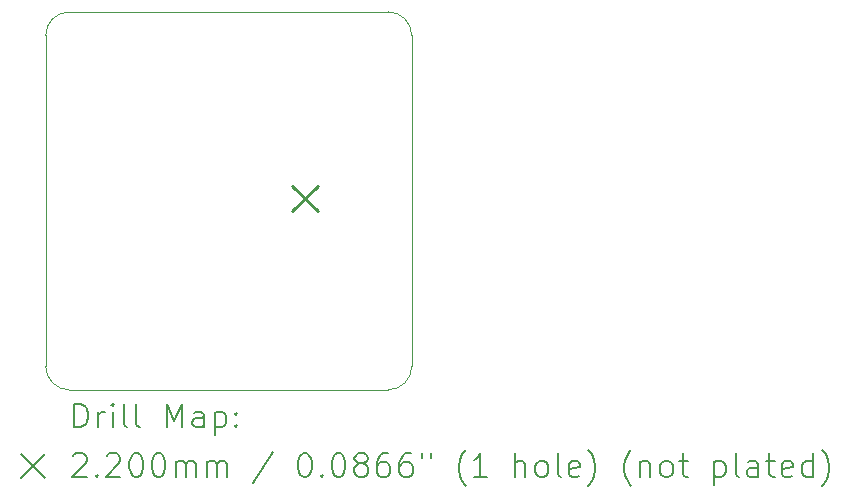
<source format=gbr>
%TF.GenerationSoftware,KiCad,Pcbnew,7.0.1*%
%TF.CreationDate,2023-07-15T20:01:05+02:00*%
%TF.ProjectId,servo_level_shifter,73657276-6f5f-46c6-9576-656c5f736869,rev?*%
%TF.SameCoordinates,Original*%
%TF.FileFunction,Drillmap*%
%TF.FilePolarity,Positive*%
%FSLAX45Y45*%
G04 Gerber Fmt 4.5, Leading zero omitted, Abs format (unit mm)*
G04 Created by KiCad (PCBNEW 7.0.1) date 2023-07-15 20:01:05*
%MOMM*%
%LPD*%
G01*
G04 APERTURE LIST*
%ADD10C,0.100000*%
%ADD11C,0.200000*%
%ADD12C,0.220000*%
G04 APERTURE END LIST*
D10*
X8928000Y-8385500D02*
X11628000Y-8385500D01*
X8928000Y-5185500D02*
G75*
G03*
X8728000Y-5385500I3J-200003D01*
G01*
X8728000Y-5385500D02*
X8728000Y-8185500D01*
X11628000Y-5185500D02*
X8928000Y-5185500D01*
X11828000Y-8185500D02*
X11828000Y-5385500D01*
X11628000Y-8385500D02*
G75*
G03*
X11828000Y-8185500I3J199998D01*
G01*
X11828000Y-5385500D02*
G75*
G03*
X11628000Y-5185500I-199989J11D01*
G01*
X8728000Y-8185500D02*
G75*
G03*
X8928000Y-8385500I200011J11D01*
G01*
D11*
D12*
X10815500Y-6655750D02*
X11035500Y-6875750D01*
X11035500Y-6655750D02*
X10815500Y-6875750D01*
D11*
X8970619Y-8703024D02*
X8970619Y-8503024D01*
X8970619Y-8503024D02*
X9018238Y-8503024D01*
X9018238Y-8503024D02*
X9046810Y-8512548D01*
X9046810Y-8512548D02*
X9065857Y-8531595D01*
X9065857Y-8531595D02*
X9075381Y-8550643D01*
X9075381Y-8550643D02*
X9084905Y-8588738D01*
X9084905Y-8588738D02*
X9084905Y-8617310D01*
X9084905Y-8617310D02*
X9075381Y-8655405D01*
X9075381Y-8655405D02*
X9065857Y-8674452D01*
X9065857Y-8674452D02*
X9046810Y-8693500D01*
X9046810Y-8693500D02*
X9018238Y-8703024D01*
X9018238Y-8703024D02*
X8970619Y-8703024D01*
X9170619Y-8703024D02*
X9170619Y-8569690D01*
X9170619Y-8607786D02*
X9180143Y-8588738D01*
X9180143Y-8588738D02*
X9189667Y-8579214D01*
X9189667Y-8579214D02*
X9208714Y-8569690D01*
X9208714Y-8569690D02*
X9227762Y-8569690D01*
X9294429Y-8703024D02*
X9294429Y-8569690D01*
X9294429Y-8503024D02*
X9284905Y-8512548D01*
X9284905Y-8512548D02*
X9294429Y-8522071D01*
X9294429Y-8522071D02*
X9303952Y-8512548D01*
X9303952Y-8512548D02*
X9294429Y-8503024D01*
X9294429Y-8503024D02*
X9294429Y-8522071D01*
X9418238Y-8703024D02*
X9399190Y-8693500D01*
X9399190Y-8693500D02*
X9389667Y-8674452D01*
X9389667Y-8674452D02*
X9389667Y-8503024D01*
X9523000Y-8703024D02*
X9503952Y-8693500D01*
X9503952Y-8693500D02*
X9494429Y-8674452D01*
X9494429Y-8674452D02*
X9494429Y-8503024D01*
X9751571Y-8703024D02*
X9751571Y-8503024D01*
X9751571Y-8503024D02*
X9818238Y-8645881D01*
X9818238Y-8645881D02*
X9884905Y-8503024D01*
X9884905Y-8503024D02*
X9884905Y-8703024D01*
X10065857Y-8703024D02*
X10065857Y-8598262D01*
X10065857Y-8598262D02*
X10056333Y-8579214D01*
X10056333Y-8579214D02*
X10037286Y-8569690D01*
X10037286Y-8569690D02*
X9999190Y-8569690D01*
X9999190Y-8569690D02*
X9980143Y-8579214D01*
X10065857Y-8693500D02*
X10046810Y-8703024D01*
X10046810Y-8703024D02*
X9999190Y-8703024D01*
X9999190Y-8703024D02*
X9980143Y-8693500D01*
X9980143Y-8693500D02*
X9970619Y-8674452D01*
X9970619Y-8674452D02*
X9970619Y-8655405D01*
X9970619Y-8655405D02*
X9980143Y-8636357D01*
X9980143Y-8636357D02*
X9999190Y-8626833D01*
X9999190Y-8626833D02*
X10046810Y-8626833D01*
X10046810Y-8626833D02*
X10065857Y-8617310D01*
X10161095Y-8569690D02*
X10161095Y-8769690D01*
X10161095Y-8579214D02*
X10180143Y-8569690D01*
X10180143Y-8569690D02*
X10218238Y-8569690D01*
X10218238Y-8569690D02*
X10237286Y-8579214D01*
X10237286Y-8579214D02*
X10246810Y-8588738D01*
X10246810Y-8588738D02*
X10256333Y-8607786D01*
X10256333Y-8607786D02*
X10256333Y-8664929D01*
X10256333Y-8664929D02*
X10246810Y-8683976D01*
X10246810Y-8683976D02*
X10237286Y-8693500D01*
X10237286Y-8693500D02*
X10218238Y-8703024D01*
X10218238Y-8703024D02*
X10180143Y-8703024D01*
X10180143Y-8703024D02*
X10161095Y-8693500D01*
X10342048Y-8683976D02*
X10351571Y-8693500D01*
X10351571Y-8693500D02*
X10342048Y-8703024D01*
X10342048Y-8703024D02*
X10332524Y-8693500D01*
X10332524Y-8693500D02*
X10342048Y-8683976D01*
X10342048Y-8683976D02*
X10342048Y-8703024D01*
X10342048Y-8579214D02*
X10351571Y-8588738D01*
X10351571Y-8588738D02*
X10342048Y-8598262D01*
X10342048Y-8598262D02*
X10332524Y-8588738D01*
X10332524Y-8588738D02*
X10342048Y-8579214D01*
X10342048Y-8579214D02*
X10342048Y-8598262D01*
X8523000Y-8930500D02*
X8723000Y-9130500D01*
X8723000Y-8930500D02*
X8523000Y-9130500D01*
X8961095Y-8942071D02*
X8970619Y-8932548D01*
X8970619Y-8932548D02*
X8989667Y-8923024D01*
X8989667Y-8923024D02*
X9037286Y-8923024D01*
X9037286Y-8923024D02*
X9056333Y-8932548D01*
X9056333Y-8932548D02*
X9065857Y-8942071D01*
X9065857Y-8942071D02*
X9075381Y-8961119D01*
X9075381Y-8961119D02*
X9075381Y-8980167D01*
X9075381Y-8980167D02*
X9065857Y-9008738D01*
X9065857Y-9008738D02*
X8951571Y-9123024D01*
X8951571Y-9123024D02*
X9075381Y-9123024D01*
X9161095Y-9103976D02*
X9170619Y-9113500D01*
X9170619Y-9113500D02*
X9161095Y-9123024D01*
X9161095Y-9123024D02*
X9151571Y-9113500D01*
X9151571Y-9113500D02*
X9161095Y-9103976D01*
X9161095Y-9103976D02*
X9161095Y-9123024D01*
X9246810Y-8942071D02*
X9256333Y-8932548D01*
X9256333Y-8932548D02*
X9275381Y-8923024D01*
X9275381Y-8923024D02*
X9323000Y-8923024D01*
X9323000Y-8923024D02*
X9342048Y-8932548D01*
X9342048Y-8932548D02*
X9351571Y-8942071D01*
X9351571Y-8942071D02*
X9361095Y-8961119D01*
X9361095Y-8961119D02*
X9361095Y-8980167D01*
X9361095Y-8980167D02*
X9351571Y-9008738D01*
X9351571Y-9008738D02*
X9237286Y-9123024D01*
X9237286Y-9123024D02*
X9361095Y-9123024D01*
X9484905Y-8923024D02*
X9503952Y-8923024D01*
X9503952Y-8923024D02*
X9523000Y-8932548D01*
X9523000Y-8932548D02*
X9532524Y-8942071D01*
X9532524Y-8942071D02*
X9542048Y-8961119D01*
X9542048Y-8961119D02*
X9551571Y-8999214D01*
X9551571Y-8999214D02*
X9551571Y-9046833D01*
X9551571Y-9046833D02*
X9542048Y-9084929D01*
X9542048Y-9084929D02*
X9532524Y-9103976D01*
X9532524Y-9103976D02*
X9523000Y-9113500D01*
X9523000Y-9113500D02*
X9503952Y-9123024D01*
X9503952Y-9123024D02*
X9484905Y-9123024D01*
X9484905Y-9123024D02*
X9465857Y-9113500D01*
X9465857Y-9113500D02*
X9456333Y-9103976D01*
X9456333Y-9103976D02*
X9446810Y-9084929D01*
X9446810Y-9084929D02*
X9437286Y-9046833D01*
X9437286Y-9046833D02*
X9437286Y-8999214D01*
X9437286Y-8999214D02*
X9446810Y-8961119D01*
X9446810Y-8961119D02*
X9456333Y-8942071D01*
X9456333Y-8942071D02*
X9465857Y-8932548D01*
X9465857Y-8932548D02*
X9484905Y-8923024D01*
X9675381Y-8923024D02*
X9694429Y-8923024D01*
X9694429Y-8923024D02*
X9713476Y-8932548D01*
X9713476Y-8932548D02*
X9723000Y-8942071D01*
X9723000Y-8942071D02*
X9732524Y-8961119D01*
X9732524Y-8961119D02*
X9742048Y-8999214D01*
X9742048Y-8999214D02*
X9742048Y-9046833D01*
X9742048Y-9046833D02*
X9732524Y-9084929D01*
X9732524Y-9084929D02*
X9723000Y-9103976D01*
X9723000Y-9103976D02*
X9713476Y-9113500D01*
X9713476Y-9113500D02*
X9694429Y-9123024D01*
X9694429Y-9123024D02*
X9675381Y-9123024D01*
X9675381Y-9123024D02*
X9656333Y-9113500D01*
X9656333Y-9113500D02*
X9646810Y-9103976D01*
X9646810Y-9103976D02*
X9637286Y-9084929D01*
X9637286Y-9084929D02*
X9627762Y-9046833D01*
X9627762Y-9046833D02*
X9627762Y-8999214D01*
X9627762Y-8999214D02*
X9637286Y-8961119D01*
X9637286Y-8961119D02*
X9646810Y-8942071D01*
X9646810Y-8942071D02*
X9656333Y-8932548D01*
X9656333Y-8932548D02*
X9675381Y-8923024D01*
X9827762Y-9123024D02*
X9827762Y-8989690D01*
X9827762Y-9008738D02*
X9837286Y-8999214D01*
X9837286Y-8999214D02*
X9856333Y-8989690D01*
X9856333Y-8989690D02*
X9884905Y-8989690D01*
X9884905Y-8989690D02*
X9903952Y-8999214D01*
X9903952Y-8999214D02*
X9913476Y-9018262D01*
X9913476Y-9018262D02*
X9913476Y-9123024D01*
X9913476Y-9018262D02*
X9923000Y-8999214D01*
X9923000Y-8999214D02*
X9942048Y-8989690D01*
X9942048Y-8989690D02*
X9970619Y-8989690D01*
X9970619Y-8989690D02*
X9989667Y-8999214D01*
X9989667Y-8999214D02*
X9999191Y-9018262D01*
X9999191Y-9018262D02*
X9999191Y-9123024D01*
X10094429Y-9123024D02*
X10094429Y-8989690D01*
X10094429Y-9008738D02*
X10103952Y-8999214D01*
X10103952Y-8999214D02*
X10123000Y-8989690D01*
X10123000Y-8989690D02*
X10151572Y-8989690D01*
X10151572Y-8989690D02*
X10170619Y-8999214D01*
X10170619Y-8999214D02*
X10180143Y-9018262D01*
X10180143Y-9018262D02*
X10180143Y-9123024D01*
X10180143Y-9018262D02*
X10189667Y-8999214D01*
X10189667Y-8999214D02*
X10208714Y-8989690D01*
X10208714Y-8989690D02*
X10237286Y-8989690D01*
X10237286Y-8989690D02*
X10256333Y-8999214D01*
X10256333Y-8999214D02*
X10265857Y-9018262D01*
X10265857Y-9018262D02*
X10265857Y-9123024D01*
X10656333Y-8913500D02*
X10484905Y-9170643D01*
X10913476Y-8923024D02*
X10932524Y-8923024D01*
X10932524Y-8923024D02*
X10951572Y-8932548D01*
X10951572Y-8932548D02*
X10961095Y-8942071D01*
X10961095Y-8942071D02*
X10970619Y-8961119D01*
X10970619Y-8961119D02*
X10980143Y-8999214D01*
X10980143Y-8999214D02*
X10980143Y-9046833D01*
X10980143Y-9046833D02*
X10970619Y-9084929D01*
X10970619Y-9084929D02*
X10961095Y-9103976D01*
X10961095Y-9103976D02*
X10951572Y-9113500D01*
X10951572Y-9113500D02*
X10932524Y-9123024D01*
X10932524Y-9123024D02*
X10913476Y-9123024D01*
X10913476Y-9123024D02*
X10894429Y-9113500D01*
X10894429Y-9113500D02*
X10884905Y-9103976D01*
X10884905Y-9103976D02*
X10875381Y-9084929D01*
X10875381Y-9084929D02*
X10865857Y-9046833D01*
X10865857Y-9046833D02*
X10865857Y-8999214D01*
X10865857Y-8999214D02*
X10875381Y-8961119D01*
X10875381Y-8961119D02*
X10884905Y-8942071D01*
X10884905Y-8942071D02*
X10894429Y-8932548D01*
X10894429Y-8932548D02*
X10913476Y-8923024D01*
X11065857Y-9103976D02*
X11075381Y-9113500D01*
X11075381Y-9113500D02*
X11065857Y-9123024D01*
X11065857Y-9123024D02*
X11056334Y-9113500D01*
X11056334Y-9113500D02*
X11065857Y-9103976D01*
X11065857Y-9103976D02*
X11065857Y-9123024D01*
X11199191Y-8923024D02*
X11218238Y-8923024D01*
X11218238Y-8923024D02*
X11237286Y-8932548D01*
X11237286Y-8932548D02*
X11246810Y-8942071D01*
X11246810Y-8942071D02*
X11256333Y-8961119D01*
X11256333Y-8961119D02*
X11265857Y-8999214D01*
X11265857Y-8999214D02*
X11265857Y-9046833D01*
X11265857Y-9046833D02*
X11256333Y-9084929D01*
X11256333Y-9084929D02*
X11246810Y-9103976D01*
X11246810Y-9103976D02*
X11237286Y-9113500D01*
X11237286Y-9113500D02*
X11218238Y-9123024D01*
X11218238Y-9123024D02*
X11199191Y-9123024D01*
X11199191Y-9123024D02*
X11180143Y-9113500D01*
X11180143Y-9113500D02*
X11170619Y-9103976D01*
X11170619Y-9103976D02*
X11161095Y-9084929D01*
X11161095Y-9084929D02*
X11151572Y-9046833D01*
X11151572Y-9046833D02*
X11151572Y-8999214D01*
X11151572Y-8999214D02*
X11161095Y-8961119D01*
X11161095Y-8961119D02*
X11170619Y-8942071D01*
X11170619Y-8942071D02*
X11180143Y-8932548D01*
X11180143Y-8932548D02*
X11199191Y-8923024D01*
X11380143Y-9008738D02*
X11361095Y-8999214D01*
X11361095Y-8999214D02*
X11351572Y-8989690D01*
X11351572Y-8989690D02*
X11342048Y-8970643D01*
X11342048Y-8970643D02*
X11342048Y-8961119D01*
X11342048Y-8961119D02*
X11351572Y-8942071D01*
X11351572Y-8942071D02*
X11361095Y-8932548D01*
X11361095Y-8932548D02*
X11380143Y-8923024D01*
X11380143Y-8923024D02*
X11418238Y-8923024D01*
X11418238Y-8923024D02*
X11437286Y-8932548D01*
X11437286Y-8932548D02*
X11446810Y-8942071D01*
X11446810Y-8942071D02*
X11456333Y-8961119D01*
X11456333Y-8961119D02*
X11456333Y-8970643D01*
X11456333Y-8970643D02*
X11446810Y-8989690D01*
X11446810Y-8989690D02*
X11437286Y-8999214D01*
X11437286Y-8999214D02*
X11418238Y-9008738D01*
X11418238Y-9008738D02*
X11380143Y-9008738D01*
X11380143Y-9008738D02*
X11361095Y-9018262D01*
X11361095Y-9018262D02*
X11351572Y-9027786D01*
X11351572Y-9027786D02*
X11342048Y-9046833D01*
X11342048Y-9046833D02*
X11342048Y-9084929D01*
X11342048Y-9084929D02*
X11351572Y-9103976D01*
X11351572Y-9103976D02*
X11361095Y-9113500D01*
X11361095Y-9113500D02*
X11380143Y-9123024D01*
X11380143Y-9123024D02*
X11418238Y-9123024D01*
X11418238Y-9123024D02*
X11437286Y-9113500D01*
X11437286Y-9113500D02*
X11446810Y-9103976D01*
X11446810Y-9103976D02*
X11456333Y-9084929D01*
X11456333Y-9084929D02*
X11456333Y-9046833D01*
X11456333Y-9046833D02*
X11446810Y-9027786D01*
X11446810Y-9027786D02*
X11437286Y-9018262D01*
X11437286Y-9018262D02*
X11418238Y-9008738D01*
X11627762Y-8923024D02*
X11589667Y-8923024D01*
X11589667Y-8923024D02*
X11570619Y-8932548D01*
X11570619Y-8932548D02*
X11561095Y-8942071D01*
X11561095Y-8942071D02*
X11542048Y-8970643D01*
X11542048Y-8970643D02*
X11532524Y-9008738D01*
X11532524Y-9008738D02*
X11532524Y-9084929D01*
X11532524Y-9084929D02*
X11542048Y-9103976D01*
X11542048Y-9103976D02*
X11551572Y-9113500D01*
X11551572Y-9113500D02*
X11570619Y-9123024D01*
X11570619Y-9123024D02*
X11608714Y-9123024D01*
X11608714Y-9123024D02*
X11627762Y-9113500D01*
X11627762Y-9113500D02*
X11637286Y-9103976D01*
X11637286Y-9103976D02*
X11646810Y-9084929D01*
X11646810Y-9084929D02*
X11646810Y-9037310D01*
X11646810Y-9037310D02*
X11637286Y-9018262D01*
X11637286Y-9018262D02*
X11627762Y-9008738D01*
X11627762Y-9008738D02*
X11608714Y-8999214D01*
X11608714Y-8999214D02*
X11570619Y-8999214D01*
X11570619Y-8999214D02*
X11551572Y-9008738D01*
X11551572Y-9008738D02*
X11542048Y-9018262D01*
X11542048Y-9018262D02*
X11532524Y-9037310D01*
X11818238Y-8923024D02*
X11780143Y-8923024D01*
X11780143Y-8923024D02*
X11761095Y-8932548D01*
X11761095Y-8932548D02*
X11751572Y-8942071D01*
X11751572Y-8942071D02*
X11732524Y-8970643D01*
X11732524Y-8970643D02*
X11723000Y-9008738D01*
X11723000Y-9008738D02*
X11723000Y-9084929D01*
X11723000Y-9084929D02*
X11732524Y-9103976D01*
X11732524Y-9103976D02*
X11742048Y-9113500D01*
X11742048Y-9113500D02*
X11761095Y-9123024D01*
X11761095Y-9123024D02*
X11799191Y-9123024D01*
X11799191Y-9123024D02*
X11818238Y-9113500D01*
X11818238Y-9113500D02*
X11827762Y-9103976D01*
X11827762Y-9103976D02*
X11837286Y-9084929D01*
X11837286Y-9084929D02*
X11837286Y-9037310D01*
X11837286Y-9037310D02*
X11827762Y-9018262D01*
X11827762Y-9018262D02*
X11818238Y-9008738D01*
X11818238Y-9008738D02*
X11799191Y-8999214D01*
X11799191Y-8999214D02*
X11761095Y-8999214D01*
X11761095Y-8999214D02*
X11742048Y-9008738D01*
X11742048Y-9008738D02*
X11732524Y-9018262D01*
X11732524Y-9018262D02*
X11723000Y-9037310D01*
X11913476Y-8923024D02*
X11913476Y-8961119D01*
X11989667Y-8923024D02*
X11989667Y-8961119D01*
X12284905Y-9199214D02*
X12275381Y-9189690D01*
X12275381Y-9189690D02*
X12256334Y-9161119D01*
X12256334Y-9161119D02*
X12246810Y-9142071D01*
X12246810Y-9142071D02*
X12237286Y-9113500D01*
X12237286Y-9113500D02*
X12227762Y-9065881D01*
X12227762Y-9065881D02*
X12227762Y-9027786D01*
X12227762Y-9027786D02*
X12237286Y-8980167D01*
X12237286Y-8980167D02*
X12246810Y-8951595D01*
X12246810Y-8951595D02*
X12256334Y-8932548D01*
X12256334Y-8932548D02*
X12275381Y-8903976D01*
X12275381Y-8903976D02*
X12284905Y-8894452D01*
X12465857Y-9123024D02*
X12351572Y-9123024D01*
X12408714Y-9123024D02*
X12408714Y-8923024D01*
X12408714Y-8923024D02*
X12389667Y-8951595D01*
X12389667Y-8951595D02*
X12370619Y-8970643D01*
X12370619Y-8970643D02*
X12351572Y-8980167D01*
X12703953Y-9123024D02*
X12703953Y-8923024D01*
X12789667Y-9123024D02*
X12789667Y-9018262D01*
X12789667Y-9018262D02*
X12780143Y-8999214D01*
X12780143Y-8999214D02*
X12761096Y-8989690D01*
X12761096Y-8989690D02*
X12732524Y-8989690D01*
X12732524Y-8989690D02*
X12713476Y-8999214D01*
X12713476Y-8999214D02*
X12703953Y-9008738D01*
X12913476Y-9123024D02*
X12894429Y-9113500D01*
X12894429Y-9113500D02*
X12884905Y-9103976D01*
X12884905Y-9103976D02*
X12875381Y-9084929D01*
X12875381Y-9084929D02*
X12875381Y-9027786D01*
X12875381Y-9027786D02*
X12884905Y-9008738D01*
X12884905Y-9008738D02*
X12894429Y-8999214D01*
X12894429Y-8999214D02*
X12913476Y-8989690D01*
X12913476Y-8989690D02*
X12942048Y-8989690D01*
X12942048Y-8989690D02*
X12961096Y-8999214D01*
X12961096Y-8999214D02*
X12970619Y-9008738D01*
X12970619Y-9008738D02*
X12980143Y-9027786D01*
X12980143Y-9027786D02*
X12980143Y-9084929D01*
X12980143Y-9084929D02*
X12970619Y-9103976D01*
X12970619Y-9103976D02*
X12961096Y-9113500D01*
X12961096Y-9113500D02*
X12942048Y-9123024D01*
X12942048Y-9123024D02*
X12913476Y-9123024D01*
X13094429Y-9123024D02*
X13075381Y-9113500D01*
X13075381Y-9113500D02*
X13065857Y-9094452D01*
X13065857Y-9094452D02*
X13065857Y-8923024D01*
X13246810Y-9113500D02*
X13227762Y-9123024D01*
X13227762Y-9123024D02*
X13189667Y-9123024D01*
X13189667Y-9123024D02*
X13170619Y-9113500D01*
X13170619Y-9113500D02*
X13161096Y-9094452D01*
X13161096Y-9094452D02*
X13161096Y-9018262D01*
X13161096Y-9018262D02*
X13170619Y-8999214D01*
X13170619Y-8999214D02*
X13189667Y-8989690D01*
X13189667Y-8989690D02*
X13227762Y-8989690D01*
X13227762Y-8989690D02*
X13246810Y-8999214D01*
X13246810Y-8999214D02*
X13256334Y-9018262D01*
X13256334Y-9018262D02*
X13256334Y-9037310D01*
X13256334Y-9037310D02*
X13161096Y-9056357D01*
X13323000Y-9199214D02*
X13332524Y-9189690D01*
X13332524Y-9189690D02*
X13351572Y-9161119D01*
X13351572Y-9161119D02*
X13361096Y-9142071D01*
X13361096Y-9142071D02*
X13370619Y-9113500D01*
X13370619Y-9113500D02*
X13380143Y-9065881D01*
X13380143Y-9065881D02*
X13380143Y-9027786D01*
X13380143Y-9027786D02*
X13370619Y-8980167D01*
X13370619Y-8980167D02*
X13361096Y-8951595D01*
X13361096Y-8951595D02*
X13351572Y-8932548D01*
X13351572Y-8932548D02*
X13332524Y-8903976D01*
X13332524Y-8903976D02*
X13323000Y-8894452D01*
X13684905Y-9199214D02*
X13675381Y-9189690D01*
X13675381Y-9189690D02*
X13656334Y-9161119D01*
X13656334Y-9161119D02*
X13646810Y-9142071D01*
X13646810Y-9142071D02*
X13637286Y-9113500D01*
X13637286Y-9113500D02*
X13627762Y-9065881D01*
X13627762Y-9065881D02*
X13627762Y-9027786D01*
X13627762Y-9027786D02*
X13637286Y-8980167D01*
X13637286Y-8980167D02*
X13646810Y-8951595D01*
X13646810Y-8951595D02*
X13656334Y-8932548D01*
X13656334Y-8932548D02*
X13675381Y-8903976D01*
X13675381Y-8903976D02*
X13684905Y-8894452D01*
X13761096Y-8989690D02*
X13761096Y-9123024D01*
X13761096Y-9008738D02*
X13770619Y-8999214D01*
X13770619Y-8999214D02*
X13789667Y-8989690D01*
X13789667Y-8989690D02*
X13818238Y-8989690D01*
X13818238Y-8989690D02*
X13837286Y-8999214D01*
X13837286Y-8999214D02*
X13846810Y-9018262D01*
X13846810Y-9018262D02*
X13846810Y-9123024D01*
X13970619Y-9123024D02*
X13951572Y-9113500D01*
X13951572Y-9113500D02*
X13942048Y-9103976D01*
X13942048Y-9103976D02*
X13932524Y-9084929D01*
X13932524Y-9084929D02*
X13932524Y-9027786D01*
X13932524Y-9027786D02*
X13942048Y-9008738D01*
X13942048Y-9008738D02*
X13951572Y-8999214D01*
X13951572Y-8999214D02*
X13970619Y-8989690D01*
X13970619Y-8989690D02*
X13999191Y-8989690D01*
X13999191Y-8989690D02*
X14018238Y-8999214D01*
X14018238Y-8999214D02*
X14027762Y-9008738D01*
X14027762Y-9008738D02*
X14037286Y-9027786D01*
X14037286Y-9027786D02*
X14037286Y-9084929D01*
X14037286Y-9084929D02*
X14027762Y-9103976D01*
X14027762Y-9103976D02*
X14018238Y-9113500D01*
X14018238Y-9113500D02*
X13999191Y-9123024D01*
X13999191Y-9123024D02*
X13970619Y-9123024D01*
X14094429Y-8989690D02*
X14170619Y-8989690D01*
X14123000Y-8923024D02*
X14123000Y-9094452D01*
X14123000Y-9094452D02*
X14132524Y-9113500D01*
X14132524Y-9113500D02*
X14151572Y-9123024D01*
X14151572Y-9123024D02*
X14170619Y-9123024D01*
X14389667Y-8989690D02*
X14389667Y-9189690D01*
X14389667Y-8999214D02*
X14408715Y-8989690D01*
X14408715Y-8989690D02*
X14446810Y-8989690D01*
X14446810Y-8989690D02*
X14465858Y-8999214D01*
X14465858Y-8999214D02*
X14475381Y-9008738D01*
X14475381Y-9008738D02*
X14484905Y-9027786D01*
X14484905Y-9027786D02*
X14484905Y-9084929D01*
X14484905Y-9084929D02*
X14475381Y-9103976D01*
X14475381Y-9103976D02*
X14465858Y-9113500D01*
X14465858Y-9113500D02*
X14446810Y-9123024D01*
X14446810Y-9123024D02*
X14408715Y-9123024D01*
X14408715Y-9123024D02*
X14389667Y-9113500D01*
X14599191Y-9123024D02*
X14580143Y-9113500D01*
X14580143Y-9113500D02*
X14570619Y-9094452D01*
X14570619Y-9094452D02*
X14570619Y-8923024D01*
X14761096Y-9123024D02*
X14761096Y-9018262D01*
X14761096Y-9018262D02*
X14751572Y-8999214D01*
X14751572Y-8999214D02*
X14732524Y-8989690D01*
X14732524Y-8989690D02*
X14694429Y-8989690D01*
X14694429Y-8989690D02*
X14675381Y-8999214D01*
X14761096Y-9113500D02*
X14742048Y-9123024D01*
X14742048Y-9123024D02*
X14694429Y-9123024D01*
X14694429Y-9123024D02*
X14675381Y-9113500D01*
X14675381Y-9113500D02*
X14665858Y-9094452D01*
X14665858Y-9094452D02*
X14665858Y-9075405D01*
X14665858Y-9075405D02*
X14675381Y-9056357D01*
X14675381Y-9056357D02*
X14694429Y-9046833D01*
X14694429Y-9046833D02*
X14742048Y-9046833D01*
X14742048Y-9046833D02*
X14761096Y-9037310D01*
X14827762Y-8989690D02*
X14903953Y-8989690D01*
X14856334Y-8923024D02*
X14856334Y-9094452D01*
X14856334Y-9094452D02*
X14865858Y-9113500D01*
X14865858Y-9113500D02*
X14884905Y-9123024D01*
X14884905Y-9123024D02*
X14903953Y-9123024D01*
X15046810Y-9113500D02*
X15027762Y-9123024D01*
X15027762Y-9123024D02*
X14989667Y-9123024D01*
X14989667Y-9123024D02*
X14970619Y-9113500D01*
X14970619Y-9113500D02*
X14961096Y-9094452D01*
X14961096Y-9094452D02*
X14961096Y-9018262D01*
X14961096Y-9018262D02*
X14970619Y-8999214D01*
X14970619Y-8999214D02*
X14989667Y-8989690D01*
X14989667Y-8989690D02*
X15027762Y-8989690D01*
X15027762Y-8989690D02*
X15046810Y-8999214D01*
X15046810Y-8999214D02*
X15056334Y-9018262D01*
X15056334Y-9018262D02*
X15056334Y-9037310D01*
X15056334Y-9037310D02*
X14961096Y-9056357D01*
X15227762Y-9123024D02*
X15227762Y-8923024D01*
X15227762Y-9113500D02*
X15208715Y-9123024D01*
X15208715Y-9123024D02*
X15170619Y-9123024D01*
X15170619Y-9123024D02*
X15151572Y-9113500D01*
X15151572Y-9113500D02*
X15142048Y-9103976D01*
X15142048Y-9103976D02*
X15132524Y-9084929D01*
X15132524Y-9084929D02*
X15132524Y-9027786D01*
X15132524Y-9027786D02*
X15142048Y-9008738D01*
X15142048Y-9008738D02*
X15151572Y-8999214D01*
X15151572Y-8999214D02*
X15170619Y-8989690D01*
X15170619Y-8989690D02*
X15208715Y-8989690D01*
X15208715Y-8989690D02*
X15227762Y-8999214D01*
X15303953Y-9199214D02*
X15313477Y-9189690D01*
X15313477Y-9189690D02*
X15332524Y-9161119D01*
X15332524Y-9161119D02*
X15342048Y-9142071D01*
X15342048Y-9142071D02*
X15351572Y-9113500D01*
X15351572Y-9113500D02*
X15361096Y-9065881D01*
X15361096Y-9065881D02*
X15361096Y-9027786D01*
X15361096Y-9027786D02*
X15351572Y-8980167D01*
X15351572Y-8980167D02*
X15342048Y-8951595D01*
X15342048Y-8951595D02*
X15332524Y-8932548D01*
X15332524Y-8932548D02*
X15313477Y-8903976D01*
X15313477Y-8903976D02*
X15303953Y-8894452D01*
M02*

</source>
